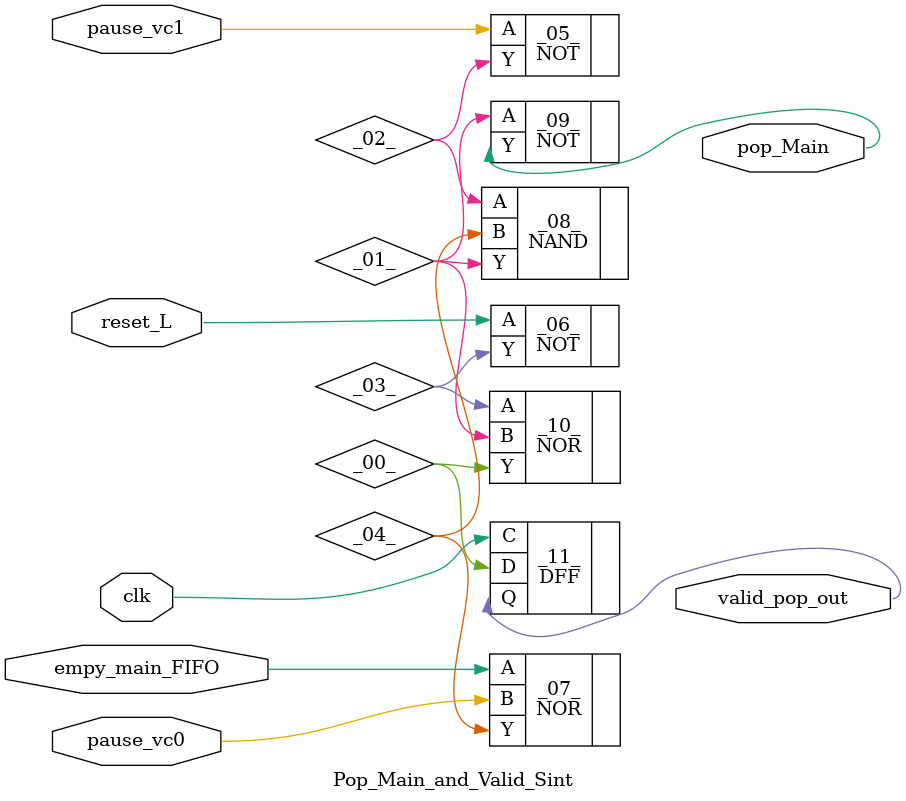
<source format=v>
/* Generated by Yosys 0.9 (git sha1 1979e0b) */

(* top =  1  *)
(* src = "Pop_Main_and_Valid.v:1" *)
module Pop_Main_and_Valid_Sint(clk, reset_L, empy_main_FIFO, pause_vc0, pause_vc1, pop_Main, valid_pop_out);
  (* src = "Pop_Main_and_Valid.v:17" *)
  wire _00_;
  wire _01_;
  wire _02_;
  wire _03_;
  wire _04_;
  (* src = "Pop_Main_and_Valid.v:2" *)
  input clk;
  (* src = "Pop_Main_and_Valid.v:4" *)
  input empy_main_FIFO;
  (* src = "Pop_Main_and_Valid.v:5" *)
  input pause_vc0;
  (* src = "Pop_Main_and_Valid.v:6" *)
  input pause_vc1;
  (* src = "Pop_Main_and_Valid.v:7" *)
  output pop_Main;
  (* src = "Pop_Main_and_Valid.v:3" *)
  input reset_L;
  (* src = "Pop_Main_and_Valid.v:8" *)
  output valid_pop_out;
  NOT _05_ (
    .A(pause_vc1),
    .Y(_02_)
  );
  NOT _06_ (
    .A(reset_L),
    .Y(_03_)
  );
  NOR _07_ (
    .A(empy_main_FIFO),
    .B(pause_vc0),
    .Y(_04_)
  );
  NAND _08_ (
    .A(_02_),
    .B(_04_),
    .Y(_01_)
  );
  NOT _09_ (
    .A(_01_),
    .Y(pop_Main)
  );
  NOR _10_ (
    .A(_03_),
    .B(_01_),
    .Y(_00_)
  );
  (* src = "Pop_Main_and_Valid.v:17" *)
  DFF _11_ (
    .C(clk),
    .D(_00_),
    .Q(valid_pop_out)
  );
endmodule

</source>
